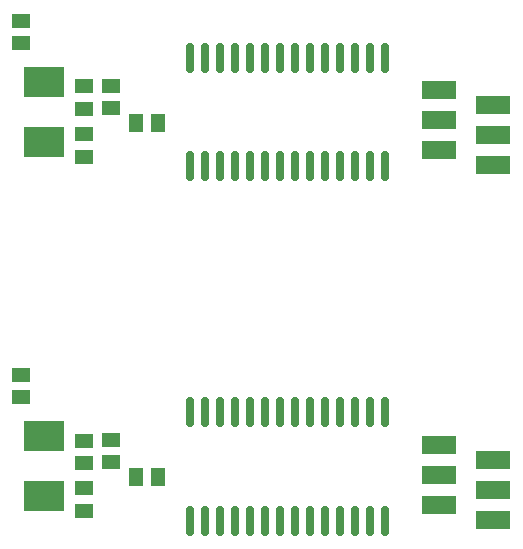
<source format=gbp>
G04 Layer_Color=128*
%FSLAX24Y24*%
%MOIN*%
G70*
G01*
G75*
%ADD13R,0.0591X0.0512*%
%ADD15R,0.0512X0.0591*%
%ADD24R,0.1181X0.0591*%
%ADD25O,0.0276X0.1024*%
%ADD26R,0.1339X0.0984*%
D13*
X3839Y14094D02*
D03*
Y13346D02*
D03*
X3848Y15689D02*
D03*
Y14941D02*
D03*
X4734Y14961D02*
D03*
Y15709D02*
D03*
X1742Y17126D02*
D03*
Y17874D02*
D03*
Y5315D02*
D03*
Y6063D02*
D03*
X3839Y2283D02*
D03*
Y1535D02*
D03*
X3848Y3878D02*
D03*
Y3130D02*
D03*
X4734Y3150D02*
D03*
Y3898D02*
D03*
D15*
X6309Y14478D02*
D03*
X5561D02*
D03*
X6309Y2667D02*
D03*
X5561D02*
D03*
D24*
X15679Y15551D02*
D03*
X17451Y15051D02*
D03*
X15679Y14551D02*
D03*
X17451Y14051D02*
D03*
X15679Y13551D02*
D03*
X17451Y13051D02*
D03*
X15679Y3740D02*
D03*
X17451Y3240D02*
D03*
X15679Y2740D02*
D03*
X17451Y2240D02*
D03*
X15679Y1740D02*
D03*
X17451Y1240D02*
D03*
D25*
X13860Y13022D02*
D03*
X13360D02*
D03*
X12860D02*
D03*
X12360D02*
D03*
X11860D02*
D03*
X11360D02*
D03*
X10860D02*
D03*
X10360D02*
D03*
X9860D02*
D03*
X9360D02*
D03*
X8860D02*
D03*
X8360D02*
D03*
X7860D02*
D03*
X7360D02*
D03*
X13860Y16644D02*
D03*
X13360D02*
D03*
X12860D02*
D03*
X12360D02*
D03*
X11860D02*
D03*
X11360D02*
D03*
X10860D02*
D03*
X10360D02*
D03*
X9860D02*
D03*
X9360D02*
D03*
X8860D02*
D03*
X8360D02*
D03*
X7860D02*
D03*
X7360D02*
D03*
X13860Y1211D02*
D03*
X13360D02*
D03*
X12860D02*
D03*
X12360D02*
D03*
X11860D02*
D03*
X11360D02*
D03*
X10860D02*
D03*
X10360D02*
D03*
X9860D02*
D03*
X9360D02*
D03*
X8860D02*
D03*
X8360D02*
D03*
X7860D02*
D03*
X7360D02*
D03*
X13860Y4833D02*
D03*
X13360D02*
D03*
X12860D02*
D03*
X12360D02*
D03*
X11860D02*
D03*
X11360D02*
D03*
X10860D02*
D03*
X10360D02*
D03*
X9860D02*
D03*
X9360D02*
D03*
X8860D02*
D03*
X8360D02*
D03*
X7860D02*
D03*
X7360D02*
D03*
D26*
X2490Y15837D02*
D03*
Y13829D02*
D03*
Y4026D02*
D03*
Y2018D02*
D03*
M02*

</source>
